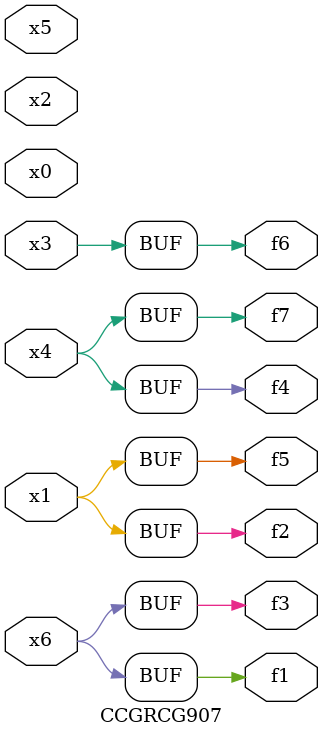
<source format=v>
module CCGRCG907(
	input x0, x1, x2, x3, x4, x5, x6,
	output f1, f2, f3, f4, f5, f6, f7
);
	assign f1 = x6;
	assign f2 = x1;
	assign f3 = x6;
	assign f4 = x4;
	assign f5 = x1;
	assign f6 = x3;
	assign f7 = x4;
endmodule

</source>
